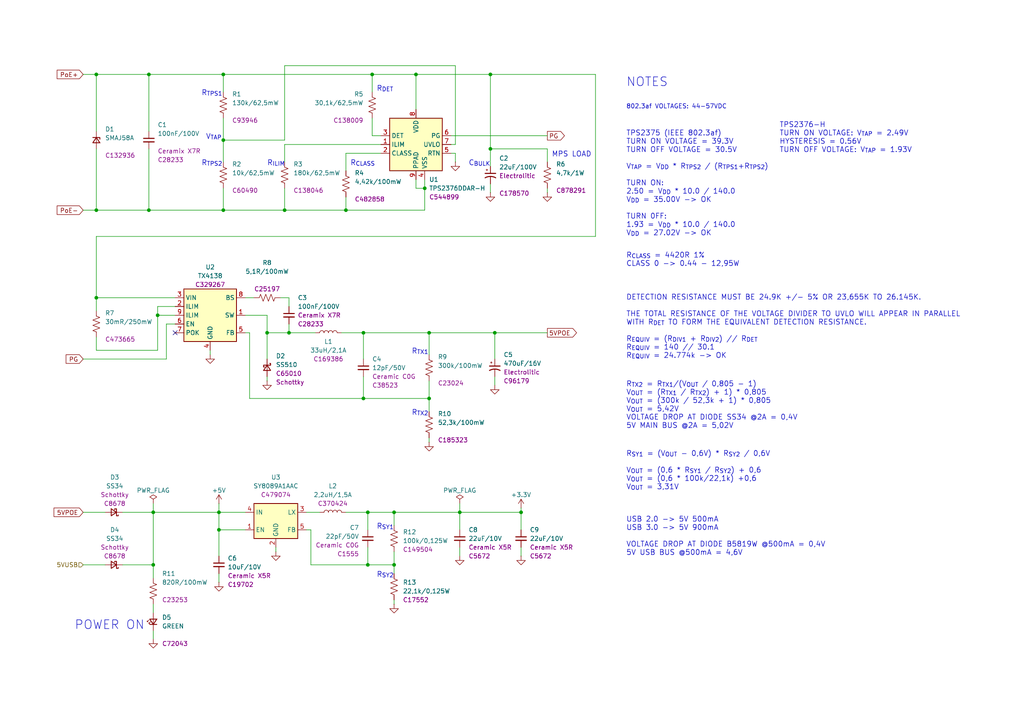
<source format=kicad_sch>
(kicad_sch (version 20231120) (generator "eeschema") (generator_version "8.0")
  (paper "A4")
  (lib_symbols
    (symbol "Device:C_Polarized_Small_US" (pin_numbers hide) (pin_names (offset 0.254) hide)
      (property "Reference" "C" (at 0.254 1.778 0))
      (property "Value" "C_Polarized_Small_US" (at 0.254 -2.032 0))
      (symbol "C_Polarized_Small_US_0_1"
        (polyline (pts (xy -1.524 0.508) (xy 1.524 0.508)) (stroke (width 0.3048)))
        (polyline (pts (xy -1.27 1.524) (xy -0.762 1.524)))
        (polyline (pts (xy -1.016 1.27) (xy -1.016 1.778)))
        (arc (start 1.524 -0.762) (mid 0 -0.3734) (end -1.524 -0.762) (stroke (width 0.3048)))
      )
      (symbol "C_Polarized_Small_US_1_1"
        (pin passive line (at 0 2.54 270) (length 2.032) (name "~") (number "1"))
        (pin passive line (at 0 -2.54 90) (length 2.032) (name "~") (number "2"))
      )
    )
    (symbol "Device:C_Small" (pin_numbers hide) (pin_names (offset 0.254) hide)
      (property "Reference" "C" (at 0.254 1.778 0))
      (property "Value" "C_Small" (at 0.254 -2.032 0))
      (symbol "C_Small_0_1"
        (polyline (pts (xy -1.524 -0.508) (xy 1.524 -0.508)) (stroke (width 0.3302)))
        (polyline (pts (xy -1.524 0.508) (xy 1.524 0.508)) (stroke (width 0.3048)))
      )
      (symbol "C_Small_1_1"
        (pin passive line (at 0 2.54 270) (length 2.032) (name "~") (number "1"))
        (pin passive line (at 0 -2.54 90) (length 2.032) (name "~") (number "2"))
      )
    )
    (symbol "Device:D_Schottky_Small" (pin_numbers hide) (pin_names (offset 0.254) hide)
      (property "Reference" "D" (at -1.27 2.032 0))
      (property "Value" "D_Schottky_Small" (at -7.112 -2.032 0))
      (symbol "D_Schottky_Small_0_1"
        (polyline (pts (xy -0.762 0) (xy 0.762 0)))
        (polyline (pts (xy 0.762 -1.016) (xy -0.762 0) (xy 0.762 1.016) (xy 0.762 -1.016)) (stroke (width 0.254)))
        (polyline (pts (xy -1.27 0.762) (xy -1.27 1.016) (xy -0.762 1.016) (xy -0.762 -1.016) (xy -0.254 -1.016) (xy -0.254 -0.762)) (stroke (width 0.254)))
      )
      (symbol "D_Schottky_Small_1_1"
        (pin passive line (at -2.54 0 0) (length 1.778) (name "K") (number "1"))
        (pin passive line (at 2.54 0 180) (length 1.778) (name "A") (number "2"))
      )
    )
    (symbol "Device:D_Zener_Small" (pin_numbers hide) (pin_names (offset 0.254) hide)
      (property "Reference" "D" (at 0 2.286 0))
      (property "Value" "D_Zener_Small" (at 0 -2.286 0))
      (symbol "D_Zener_Small_0_1"
        (polyline (pts (xy 0.762 0) (xy -0.762 0)))
        (polyline (pts (xy -0.254 1.016) (xy -0.762 1.016) (xy -0.762 -1.016)) (stroke (width 0.254)))
        (polyline (pts (xy 0.762 1.016) (xy -0.762 0) (xy 0.762 -1.016) (xy 0.762 1.016)) (stroke (width 0.254)))
      )
      (symbol "D_Zener_Small_1_1"
        (pin passive line (at -2.54 0 0) (length 1.778) (name "K") (number "1"))
        (pin passive line (at 2.54 0 180) (length 1.778) (name "A") (number "2"))
      )
    )
    (symbol "Device:L" (pin_numbers hide) (pin_names (offset 1.016) hide)
      (property "Reference" "L" (at -1.27 0 90))
      (property "Value" "L" (at 1.905 0 90))
      (symbol "L_0_1"
        (arc (start 0 -2.54) (mid 0.6323 -1.905) (end 0 -1.27))
        (arc (start 0 -1.27) (mid 0.6323 -0.635) (end 0 0))
        (arc (start 0 0) (mid 0.6323 0.635) (end 0 1.27))
        (arc (start 0 1.27) (mid 0.6323 1.905) (end 0 2.54))
      )
      (symbol "L_1_1"
        (pin passive line (at 0 3.81 270) (length 1.27) (name "1") (number "1"))
        (pin passive line (at 0 -3.81 90) (length 1.27) (name "2") (number "2"))
      )
    )
    (symbol "Device:LED_Small" (pin_numbers hide) (pin_names (offset 0.254) hide)
      (property "Reference" "D" (at -1.27 3.175 0))
      (property "Value" "LED_Small" (at -4.445 -2.54 0))
      (symbol "LED_Small_0_1"
        (polyline (pts (xy -0.762 -1.016) (xy -0.762 1.016)) (stroke (width 0.254)))
        (polyline (pts (xy 1.016 0) (xy -0.762 0)))
        (polyline (pts (xy 0.762 -1.016) (xy -0.762 0) (xy 0.762 1.016) (xy 0.762 -1.016)) (stroke (width 0.254)))
        (polyline (pts (xy 0 0.762) (xy -0.508 1.27) (xy -0.254 1.27) (xy -0.508 1.27) (xy -0.508 1.016)))
        (polyline (pts (xy 0.508 1.27) (xy 0 1.778) (xy 0.254 1.778) (xy 0 1.778) (xy 0 1.524)))
      )
      (symbol "LED_Small_1_1"
        (pin passive line (at -2.54 0 0) (length 1.778) (name "K") (number "1"))
        (pin passive line (at 2.54 0 180) (length 1.778) (name "A") (number "2"))
      )
    )
    (symbol "Device:R_US" (pin_numbers hide) (pin_names (offset 0))
      (property "Reference" "R" (at 2.54 0 90))
      (property "Value" "R_US" (at -2.54 0 90))
      (symbol "R_US_0_1"
        (polyline (pts (xy 0 -2.286) (xy 0 -2.54)))
        (polyline (pts (xy 0 2.286) (xy 0 2.54)))
        (polyline (pts (xy 0 -0.762) (xy 1.016 -1.143) (xy 0 -1.524) (xy -1.016 -1.905) (xy 0 -2.286)))
        (polyline (pts (xy 0 0.762) (xy 1.016 0.381) (xy 0 0) (xy -1.016 -0.381) (xy 0 -0.762)))
        (polyline (pts (xy 0 2.286) (xy 1.016 1.905) (xy 0 1.524) (xy -1.016 1.143) (xy 0 0.762)))
      )
      (symbol "R_US_1_1"
        (pin passive line (at 0 3.81 270) (length 1.27) (name "~") (number "1"))
        (pin passive line (at 0 -3.81 90) (length 1.27) (name "~") (number "2"))
      )
    )
    (symbol "Tales:+3.3V" (power) (pin_names (offset 0))
      (property "Value" "+3.3V" (at 0 3.556 0))
      (symbol "+3.3V_0_1"
        (polyline (pts (xy -0.762 1.27) (xy 0 2.54)))
        (polyline (pts (xy 0 0) (xy 0 2.54)))
        (polyline (pts (xy 0 2.54) (xy 0.762 1.27)))
      )
      (symbol "+3.3V_1_1"
        (pin power_in line (at 0 0 90) (length 0) hide (name "+3.3V") (number "1"))
      )
    )
    (symbol "Tales:SY8089AAAC"
      (property "Reference" "U" (at 0 10.16 0))
      (property "Value" "SY8089AAAC" (at 0 7.62 0))
      (symbol "SY8089AAAC_0_1"
        (rectangle (start -6.35 5.08) (end 6.35 -5.08) (stroke (width 0.254)) (fill (type background)))
      )
      (symbol "SY8089AAAC_1_1"
        (pin input line (at -8.89 -2.54 0) (length 2.54) (name "EN") (number "1"))
        (pin power_in line (at 0 -7.62 90) (length 2.54) (name "GND") (number "2"))
        (pin power_out line (at 8.89 2.54 180) (length 2.54) (name "LX") (number "3"))
        (pin power_in line (at -8.89 2.54 0) (length 2.54) (name "IN") (number "4"))
        (pin input line (at 8.89 -2.54 180) (length 2.54) (name "FB") (number "5"))
      )
    )
    (symbol "Tales:TPS2376"
      (property "Reference" "U" (at 5.08 -8.89 0))
      (property "Value" "TPS2376" (at 5.08 -11.43 0))
      (symbol "TPS2376_0_1"
        (rectangle (start -7.62 7.62) (end 7.62 -7.62) (stroke (width 0.254)) (fill (type background)))
      )
      (symbol "TPS2376_1_1"
        (pin passive line (at -10.16 0 0) (length 2.54) (name "ILIM") (number "1"))
        (pin passive line (at -10.16 -2.54 0) (length 2.54) (name "CLASS") (number "2"))
        (pin passive line (at -10.16 2.54 0) (length 2.54) (name "DET") (number "3"))
        (pin power_in line (at 2.54 -10.16 90) (length 2.54) (name "VSS") (number "4"))
        (pin power_out line (at 10.16 -2.54 180) (length 2.54) (name "RTN") (number "5"))
        (pin open_collector line (at 10.16 2.54 180) (length 2.54) (name "PG") (number "6"))
        (pin passive line (at 10.16 0 180) (length 2.54) (name "UVLO") (number "7"))
        (pin power_in line (at 0 10.16 270) (length 2.54) (name "VDD") (number "8"))
        (pin power_in line (at 0 -10.16 90) (length 2.54) (name "PPAD") (number "9"))
      )
    )
    (symbol "Tales:TX4138"
      (property "Reference" "U" (at 0 12.7 0))
      (property "Value" "TX4138" (at 0 10.16 0))
      (symbol "TX4138_0_1"
        (rectangle (start -7.62 7.62) (end 7.62 -7.62) (stroke (width 0.254)) (fill (type background)))
      )
      (symbol "TX4138_1_1"
        (pin power_out line (at 10.16 0 180) (length 2.54) (name "SW") (number "1"))
        (pin input line (at -10.16 2.54 0) (length 2.54) (name "ILIM") (number "2"))
        (pin power_in line (at -10.16 5.08 0) (length 2.54) (name "VIN") (number "3"))
        (pin power_in line (at 0 -10.16 90) (length 2.54) (name "GND") (number "4"))
        (pin input line (at 10.16 -5.08 180) (length 2.54) (name "FB") (number "5"))
        (pin input line (at -10.16 -2.54 0) (length 2.54) (name "EN") (number "6"))
        (pin output line (at -10.16 -5.08 0) (length 2.54) (name "POK") (number "7"))
        (pin output line (at 10.16 5.08 180) (length 2.54) (name "BS") (number "8"))
        (pin input line (at -10.16 0 0) (length 2.54) (name "ILIM") (number "9"))
      )
    )
    (symbol "power:+5V" (power) (pin_numbers hide) (pin_names (offset 0) hide)
      (property "Value" "+5V" (at 0 3.556 0))
      (symbol "+5V_0_1"
        (polyline (pts (xy -0.762 1.27) (xy 0 2.54)))
        (polyline (pts (xy 0 0) (xy 0 2.54)))
        (polyline (pts (xy 0 2.54) (xy 0.762 1.27)))
      )
      (symbol "+5V_1_1"
        (pin power_in line (at 0 0 90) (length 0) (name "~") (number "1"))
      )
    )
    (symbol "power:GND" (power) (pin_numbers hide) (pin_names (offset 0) hide)
      (property "Value" "GND" (at 0 -3.81 0))
      (symbol "GND_0_1"
        (polyline (pts (xy 0 0) (xy 0 -1.27) (xy 1.27 -1.27) (xy 0 -2.54) (xy -1.27 -1.27) (xy 0 -1.27)))
      )
      (symbol "GND_1_1"
        (pin power_in line (at 0 0 270) (length 0) (name "~") (number "1"))
      )
    )
    (symbol "power:PWR_FLAG" (power) (pin_numbers hide) (pin_names (offset 0) hide)
      (property "Value" "PWR_FLAG" (at 0 3.81 0))
      (symbol "PWR_FLAG_0_0"
        (pin power_out line (at 0 0 90) (length 0) (name "~") (number "1"))
      )
      (symbol "PWR_FLAG_0_1"
        (polyline (pts (xy 0 0) (xy 0 1.27) (xy -1.016 1.905) (xy 0 2.54) (xy 1.016 1.905) (xy 0 1.27)))
      )
    )
  )
  (junction (at 142.24 21.59))
  (junction (at 44.45 148.59))
  (junction (at 64.77 60.96))
  (junction (at 123.19 54.61))
  (junction (at 142.24 43.18))
  (junction (at 114.3 163.83))
  (junction (at 43.18 21.59))
  (junction (at 106.68 163.83))
  (junction (at 105.41 96.52))
  (junction (at 27.94 21.59))
  (junction (at 27.94 60.96))
  (junction (at 100.33 60.96))
  (junction (at 63.5 148.59))
  (junction (at 124.46 115.57))
  (junction (at 151.13 148.59))
  (junction (at 64.77 40.64))
  (junction (at 83.82 96.52))
  (junction (at 120.65 21.59))
  (junction (at 45.72 91.44))
  (junction (at 63.5 153.67))
  (junction (at 27.94 86.36))
  (junction (at 43.18 60.96))
  (junction (at 124.46 96.52))
  (junction (at 77.47 96.52))
  (junction (at 107.95 21.59))
  (junction (at 44.45 163.83))
  (junction (at 64.77 21.59))
  (junction (at 106.68 148.59))
  (junction (at 143.51 96.52))
  (junction (at 114.3 148.59))
  (junction (at 82.55 60.96))
  (junction (at 133.35 148.59))
  (junction (at 105.41 115.57))
  (no_connect (at 50.8 96.52))
  (wire (pts (xy 45.72 91.44) (xy 45.72 88.9)))
  (wire (pts (xy 151.13 148.59) (xy 133.35 148.59)))
  (wire (pts (xy 90.17 153.67) (xy 90.17 163.83)))
  (wire (pts (xy 82.55 60.96) (xy 100.33 60.96)))
  (wire (pts (xy 100.33 57.15) (xy 100.33 60.96)))
  (wire (pts (xy 123.19 54.61) (xy 120.65 54.61)))
  (wire (pts (xy 90.17 163.83) (xy 106.68 163.83)))
  (wire (pts (xy 114.3 148.59) (xy 114.3 152.4)))
  (wire (pts (xy 142.24 43.18) (xy 142.24 48.26)))
  (wire (pts (xy 64.77 54.61) (xy 64.77 60.96)))
  (wire (pts (xy 64.77 60.96) (xy 82.55 60.96)))
  (wire (pts (xy 133.35 146.05) (xy 133.35 148.59)))
  (wire (pts (xy 63.5 153.67) (xy 71.12 153.67)))
  (wire (pts (xy 27.94 86.36) (xy 27.94 90.17)))
  (wire (pts (xy 151.13 158.75) (xy 151.13 161.29)))
  (wire (pts (xy 106.68 148.59) (xy 114.3 148.59)))
  (wire (pts (xy 133.35 153.67) (xy 133.35 148.59)))
  (wire (pts (xy 124.46 96.52) (xy 124.46 102.87)))
  (wire (pts (xy 24.13 163.83) (xy 30.48 163.83)))
  (wire (pts (xy 82.55 41.91) (xy 82.55 46.99)))
  (wire (pts (xy 45.72 101.6) (xy 45.72 91.44)))
  (wire (pts (xy 27.94 21.59) (xy 43.18 21.59)))
  (wire (pts (xy 151.13 153.67) (xy 151.13 148.59)))
  (wire (pts (xy 124.46 110.49) (xy 124.46 115.57)))
  (wire (pts (xy 44.45 182.88) (xy 44.45 185.42)))
  (wire (pts (xy 82.55 54.61) (xy 82.55 60.96)))
  (wire (pts (xy 120.65 21.59) (xy 142.24 21.59)))
  (wire (pts (xy 63.5 153.67) (xy 63.5 161.29)))
  (wire (pts (xy 82.55 19.05) (xy 82.55 40.64)))
  (wire (pts (xy 120.65 21.59) (xy 120.65 31.75)))
  (wire (pts (xy 27.94 101.6) (xy 45.72 101.6)))
  (wire (pts (xy 105.41 115.57) (xy 105.41 109.22)))
  (wire (pts (xy 151.13 147.32) (xy 151.13 148.59)))
  (wire (pts (xy 100.33 49.53) (xy 100.33 44.45)))
  (wire (pts (xy 132.08 44.45) (xy 132.08 46.99)))
  (wire (pts (xy 106.68 163.83) (xy 114.3 163.83)))
  (wire (pts (xy 63.5 148.59) (xy 63.5 146.05)))
  (wire (pts (xy 142.24 21.59) (xy 172.72 21.59)))
  (wire (pts (xy 48.26 93.98) (xy 50.8 93.98)))
  (wire (pts (xy 45.72 91.44) (xy 50.8 91.44)))
  (wire (pts (xy 43.18 60.96) (xy 64.77 60.96)))
  (wire (pts (xy 27.94 60.96) (xy 43.18 60.96)))
  (wire (pts (xy 77.47 96.52) (xy 83.82 96.52)))
  (wire (pts (xy 35.56 163.83) (xy 44.45 163.83)))
  (wire (pts (xy 107.95 34.29) (xy 107.95 39.37)))
  (wire (pts (xy 63.5 148.59) (xy 71.12 148.59)))
  (wire (pts (xy 130.81 41.91) (xy 132.08 41.91)))
  (wire (pts (xy 45.72 88.9) (xy 50.8 88.9)))
  (wire (pts (xy 27.94 43.18) (xy 27.94 60.96)))
  (wire (pts (xy 88.9 148.59) (xy 92.71 148.59)))
  (wire (pts (xy 142.24 53.34) (xy 142.24 55.88)))
  (wire (pts (xy 27.94 68.58) (xy 172.72 68.58)))
  (wire (pts (xy 158.75 54.61) (xy 158.75 55.88)))
  (wire (pts (xy 43.18 21.59) (xy 64.77 21.59)))
  (wire (pts (xy 100.33 44.45) (xy 110.49 44.45)))
  (wire (pts (xy 24.13 148.59) (xy 30.48 148.59)))
  (wire (pts (xy 105.41 96.52) (xy 105.41 104.14)))
  (wire (pts (xy 107.95 21.59) (xy 120.65 21.59)))
  (wire (pts (xy 106.68 148.59) (xy 106.68 153.67)))
  (wire (pts (xy 110.49 41.91) (xy 82.55 41.91)))
  (wire (pts (xy 133.35 158.75) (xy 133.35 161.29)))
  (wire (pts (xy 43.18 21.59) (xy 43.18 38.1)))
  (wire (pts (xy 124.46 115.57) (xy 124.46 119.38)))
  (wire (pts (xy 88.9 153.67) (xy 90.17 153.67)))
  (wire (pts (xy 72.39 115.57) (xy 105.41 115.57)))
  (wire (pts (xy 27.94 86.36) (xy 27.94 68.58)))
  (wire (pts (xy 44.45 163.83) (xy 44.45 167.64)))
  (wire (pts (xy 105.41 115.57) (xy 124.46 115.57)))
  (wire (pts (xy 132.08 41.91) (xy 132.08 19.05)))
  (wire (pts (xy 77.47 110.49) (xy 77.47 109.22)))
  (wire (pts (xy 100.33 148.59) (xy 106.68 148.59)))
  (wire (pts (xy 48.26 104.14) (xy 48.26 93.98)))
  (wire (pts (xy 124.46 96.52) (xy 143.51 96.52)))
  (wire (pts (xy 44.45 175.26) (xy 44.45 177.8)))
  (wire (pts (xy 64.77 21.59) (xy 107.95 21.59)))
  (wire (pts (xy 100.33 60.96) (xy 123.19 60.96)))
  (wire (pts (xy 44.45 148.59) (xy 44.45 163.83)))
  (wire (pts (xy 63.5 148.59) (xy 63.5 153.67)))
  (wire (pts (xy 107.95 21.59) (xy 107.95 26.67)))
  (wire (pts (xy 60.96 101.6) (xy 60.96 102.87)))
  (wire (pts (xy 143.51 109.22) (xy 143.51 111.76)))
  (wire (pts (xy 120.65 54.61) (xy 120.65 52.07)))
  (wire (pts (xy 63.5 166.37) (xy 63.5 168.91)))
  (wire (pts (xy 64.77 40.64) (xy 64.77 46.99)))
  (wire (pts (xy 71.12 91.44) (xy 77.47 91.44)))
  (wire (pts (xy 24.13 21.59) (xy 27.94 21.59)))
  (wire (pts (xy 64.77 21.59) (xy 64.77 26.67)))
  (wire (pts (xy 158.75 43.18) (xy 142.24 43.18)))
  (wire (pts (xy 124.46 96.52) (xy 105.41 96.52)))
  (wire (pts (xy 77.47 91.44) (xy 77.47 96.52)))
  (wire (pts (xy 71.12 86.36) (xy 73.66 86.36)))
  (wire (pts (xy 44.45 148.59) (xy 63.5 148.59)))
  (wire (pts (xy 114.3 163.83) (xy 114.3 166.37)))
  (wire (pts (xy 64.77 34.29) (xy 64.77 40.64)))
  (wire (pts (xy 80.01 158.75) (xy 80.01 160.02)))
  (wire (pts (xy 172.72 68.58) (xy 172.72 21.59)))
  (wire (pts (xy 130.81 39.37) (xy 158.75 39.37)))
  (wire (pts (xy 99.06 96.52) (xy 105.41 96.52)))
  (wire (pts (xy 83.82 86.36) (xy 83.82 88.9)))
  (wire (pts (xy 143.51 104.14) (xy 143.51 96.52)))
  (wire (pts (xy 124.46 127) (xy 124.46 128.27)))
  (wire (pts (xy 35.56 148.59) (xy 44.45 148.59)))
  (wire (pts (xy 143.51 96.52) (xy 158.75 96.52)))
  (wire (pts (xy 142.24 21.59) (xy 142.24 43.18)))
  (wire (pts (xy 83.82 93.98) (xy 83.82 96.52)))
  (wire (pts (xy 82.55 40.64) (xy 64.77 40.64)))
  (wire (pts (xy 83.82 96.52) (xy 91.44 96.52)))
  (wire (pts (xy 114.3 173.99) (xy 114.3 175.26)))
  (wire (pts (xy 81.28 86.36) (xy 83.82 86.36)))
  (wire (pts (xy 44.45 148.59) (xy 44.45 146.05)))
  (wire (pts (xy 27.94 97.79) (xy 27.94 101.6)))
  (wire (pts (xy 106.68 158.75) (xy 106.68 163.83)))
  (wire (pts (xy 130.81 44.45) (xy 132.08 44.45)))
  (wire (pts (xy 27.94 86.36) (xy 50.8 86.36)))
  (wire (pts (xy 114.3 160.02) (xy 114.3 163.83)))
  (wire (pts (xy 71.12 96.52) (xy 72.39 96.52)))
  (wire (pts (xy 123.19 52.07) (xy 123.19 54.61)))
  (wire (pts (xy 133.35 148.59) (xy 114.3 148.59)))
  (wire (pts (xy 110.49 39.37) (xy 107.95 39.37)))
  (wire (pts (xy 43.18 43.18) (xy 43.18 60.96)))
  (wire (pts (xy 77.47 96.52) (xy 77.47 104.14)))
  (wire (pts (xy 72.39 96.52) (xy 72.39 115.57)))
  (wire (pts (xy 158.75 46.99) (xy 158.75 43.18)))
  (wire (pts (xy 24.13 104.14) (xy 48.26 104.14)))
  (wire (pts (xy 24.13 60.96) (xy 27.94 60.96)))
  (wire (pts (xy 27.94 21.59) (xy 27.94 38.1)))
  (wire (pts (xy 132.08 19.05) (xy 82.55 19.05)))
  (wire (pts (xy 123.19 60.96) (xy 123.19 54.61)))
  (text "R_{TPS1}" (at 58.42 27.94 0) (effects (font (size 1.5 1.5)) (justify left bottom)))
  (text "R_{TX2}" (at 119.38 120.65 0) (effects (font (size 1.5 1.5)) (justify left bottom)))
  (text "DETECTION RESISTANCE MUST BE 24.9K +/- 5% OR 23,655K TO 26.145K.\n\nTHE TOTAL RESISTANCE OF THE VOLTAGE DIVIDER TO UVLO WILL APPEAR IN PARALLEL\nWITH R_{DET} TO FORM THE EQUIVALENT DETECTION RESISTANCE.\n\nR_{EQUIV} = (R_{DIV1} + R_{DIV2}) // R_{DET}\nR_{EQUIV} = 140 // 30.1\nR_{EQUIV} = 24.774k -> OK" (at 181.61 104.14 0) (effects (font (size 1.5 1.5)) (justify left bottom)))
  (text "R_{SY2}" (at 109.22 167.64 0) (effects (font (size 1.5 1.5)) (justify left bottom)))
  (text "POWER ON" (at 21.59 182.88 0) (effects (font (size 2.54 2.54)) (justify left bottom)))
  (text "R_{CLASS} = 4420R 1%\nCLASS 0 -> 0.44 - 12,95W" (at 181.61 77.47 0) (effects (font (size 1.5 1.5)) (justify left bottom)))
  (text "R_{SY1}" (at 109.22 153.67 0) (effects (font (size 1.5 1.5)) (justify left bottom)))
  (text "R_{CLASS}" (at 101.6 48.26 0) (effects (font (size 1.5 1.5)) (justify left bottom)))
  (text "R_{TX2} = R_{TX1}/(V_{OUT} / 0,805 - 1)\nV_{OUT} = (R_{TX1} / R_{TX2}) + 1) * 0,805\nV_{OUT} = (300k / 52,3k + 1) * 0,805\nV_{OUT} = 5,42V\nVOLTAGE DROP AT DIODE SS34 @2A = 0,4V\n5V MAIN BUS @2A = 5,02V" (at 181.61 124.46 0) (effects (font (size 1.5 1.5)) (justify left bottom)))
  (text "C_{BULK}" (at 135.89 48.26 0) (effects (font (size 1.5 1.5)) (justify left bottom)))
  (text "R_{ILIM}" (at 77.47 48.26 0) (effects (font (size 1.5 1.5)) (justify left bottom)))
  (text "USB 2.0 -> 5V 500mA\nUSB 3.0 -> 5V 900mA\n\nVOLTAGE DROP AT DIODE B5819W @500mA = 0,4V\n5V USB BUS @500mA = 4,6V" (at 181.61 161.29 0) (effects (font (size 1.5 1.5)) (justify left bottom)))
  (text "TPS2375 (IEEE 802.3af)\nTURN ON VOLTAGE = 39.3V\nTURN OFF VOLTAGE = 30.5V" (at 181.61 44.45 0) (effects (font (size 1.5 1.5)) (justify left bottom)))
  (text "V_{TAP}" (at 59.69 40.64 0) (effects (font (size 1.5 1.5)) (justify left bottom)))
  (text "TPS2376-H\nTURN ON VOLTAGE: V_{TAP} = 2.49V\nHYSTERESIS = 0.56V\nTURN OFF VOLTAGE: V_{TAP} = 1.93V" (at 226.06 44.45 0) (effects (font (size 1.5 1.5)) (justify left bottom)))
  (text "R_{SY1} = (V_{OUT} - 0,6V) * R_{SY2} / 0,6V\n\nV_{OUT} = (0,6 * R_{SY1} / R_{SY2}) + 0,6\nV_{OUT} = (0,6 * 100k/22,1k) +0,6\nV_{OUT} = 3,31V" (at 181.61 142.24 0) (effects (font (size 1.5 1.5)) (justify left bottom)))
  (text "R_{TPS2}" (at 58.42 48.26 0) (effects (font (size 1.5 1.5)) (justify left bottom)))
  (text "R_{TX1}" (at 119.38 102.87 0) (effects (font (size 1.5 1.5)) (justify left bottom)))
  (text "NOTES" (at 181.61 25.4 0) (effects (font (size 2.54 2.54)) (justify left bottom)))
  (text "MPS LOAD" (at 160.02 45.72 0) (effects (font (size 1.5 1.5)) (justify left bottom)))
  (text "R_{DET}" (at 109.22 26.67 0) (effects (font (size 1.5 1.5)) (justify left bottom)))
  (text "802.3af VOLTAGES: 44-57VDC" (at 181.61 31.75 0) (effects (font (size 1.27 1.27)) (justify left bottom)))
  (text "V_{TAP} = V_{DD} * R_{TPS2} / (R_{TPS1}+R_{TPS2})\n\nTURN ON:\n2.50 = V_{DD} * 10.0 / 140.0\nV_{DD} = 35.00V -> OK\n\nTURN 0FF:\n1.93 = V_{DD} * 10.0 / 140.0\nV_{DD} = 27.02V -> OK" (at 181.61 68.58 0) (effects (font (size 1.5 1.5)) (justify left bottom)))
  (global_label "PoE-" (shape input) (at 24.13 60.96 180) (property "Intersheetrefs" "${INTERSHEET_REFS}" (effects (hide yes))))
  (global_label "5VPOE" (shape output) (at 158.75 96.52 0) (property "Intersheetrefs" "${INTERSHEET_REFS}" (effects (hide yes))))
  (global_label "PoE+" (shape input) (at 24.13 21.59 180) (property "Intersheetrefs" "${INTERSHEET_REFS}" (effects (hide yes))))
  (global_label "PG" (shape output) (at 158.75 39.37 0) (property "Intersheetrefs" "${INTERSHEET_REFS}" (effects (hide yes))))
  (global_label "PG" (shape input) (at 24.13 104.14 180) (property "Intersheetrefs" "${INTERSHEET_REFS}" (effects (hide yes))))
  (global_label "5VPOE" (shape input) (at 24.13 148.59 180) (property "Intersheetrefs" "${INTERSHEET_REFS}" (effects (hide yes))))
  (hierarchical_label "5VUSB" (shape input) (at 24.13 163.83 180))
  (symbol (lib_id "power:GND") (at 44.45 185.42 0) (unit 1)
    (property "Reference" "#PWR0156" (effects (hide yes)))
    (property "Value" "GND" (effects (hide yes)))
    (property "Description" "Power symbol creates a global label with name \"GND\" , ground" (effects (hide yes)))
  )
  (symbol (lib_id "Device:C_Small") (at 133.35 156.21 0) (unit 1)
    (property "Reference" "C8" (at 135.89 153.67 0) (effects (justify left)))
    (property "Value" "22uF/10V" (at 135.89 156.21 0) (effects (justify left)))
    (property "Footprint" "Tales:C_1206_3216Metric" (effects (hide yes)))
    (property "Description" "Unpolarized capacitor, small symbol" (effects (hide yes)))
    (property "Mfr" "Samsung" (effects (hide yes)))
    (property "Mfr PN" "CL31A226KPHNNNE" (effects (hide yes)))
    (property "JLCPCB BOM" "1" (effects (hide yes)))
    (property "LCSC Part #" "C5672" (at 135.89 161.29 0) (effects (justify left)))
    (property "Technology" "Ceramic X5R" (at 135.89 158.75 0) (effects (justify left)))
    (property "Vendor" "JLCPCB" (effects (hide yes)))
    (property "Vendor PN" "C5672" (effects (hide yes)))
    (property "Package" "1206/3216" (effects (hide yes)))
  )
  (symbol (lib_id "Device:R_US") (at 77.47 86.36 270) (unit 1)
    (property "Reference" "R8" (at 77.47 76.2 90))
    (property "Value" "5,1R/100mW" (at 77.47 78.74 90))
    (property "Footprint" "Tales:R_0603_1608Metric" (effects (hide yes)))
    (property "Description" "Resistor, US symbol" (effects (hide yes)))
    (property "Technology" "1%" (effects (hide yes)))
    (property "Mfr" "Uniroyal" (effects (hide yes)))
    (property "Mfr PN" "0603WAF510KT5E" (effects (hide yes)))
    (property "Vendor" "JLCPCB" (effects (hide yes)))
    (property "Vendor PN" "C25197" (effects (hide yes)))
    (property "LCSC Part #" "C25197" (at 77.47 83.82 90))
    (property "JLCPCB BOM" "1" (effects (hide yes)))
    (property "Package" "0603/1608" (effects (hide yes)))
  )
  (symbol (lib_id "power:GND") (at 132.08 46.99 0) (unit 1)
    (property "Reference" "#PWR0162" (effects (hide yes)))
    (property "Value" "GND" (effects (hide yes)))
    (property "Description" "Power symbol creates a global label with name \"GND\" , ground" (effects (hide yes)))
  )
  (symbol (lib_id "Device:C_Small") (at 83.82 91.44 0) (unit 1)
    (property "Reference" "C3" (at 86.36 86.36 0) (effects (justify left)))
    (property "Value" "100nF/100V" (at 86.36 88.9 0) (effects (justify left)))
    (property "Footprint" "Tales:C_0805_2012Metric" (effects (hide yes)))
    (property "Description" "Unpolarized capacitor, small symbol" (effects (hide yes)))
    (property "Technology" "Ceramix X7R" (at 86.36 91.44 0) (effects (justify left)))
    (property "Mfr" "Samsung" (effects (hide yes)))
    (property "Mfr PN" "CL21B104KCFNNNE" (effects (hide yes)))
    (property "Vendor" "JLCPCB" (effects (hide yes)))
    (property "Vendor PN" "C28233" (effects (hide yes)))
    (property "LCSC Part #" "C28233" (at 86.36 93.98 0) (effects (justify left)))
    (property "JLCPCB BOM" "1" (effects (hide yes)))
    (property "Package" "0805/2012" (effects (hide yes)))
  )
  (symbol (lib_id "Device:R_US") (at 124.46 123.19 0) (unit 1)
    (property "Reference" "R10" (at 127 120.015 0) (effects (justify left)))
    (property "Value" "52,3k/100mW" (at 127 122.555 0) (effects (justify left)))
    (property "Footprint" "Tales:R_0603_1608Metric" (effects (hide yes)))
    (property "Description" "Resistor, US symbol" (effects (hide yes)))
    (property "Technology" "1%" (effects (hide yes)))
    (property "JLCPCB BOM" "1" (effects (hide yes)))
    (property "LCSC Part #" "C185323" (at 127 127.635 0) (effects (justify left)))
    (property "Mfr" "Yageo" (effects (hide yes)))
    (property "Mfr PN" "RC0603FR-0752K3L" (effects (hide yes)))
    (property "Vendor" "JLCPCB" (effects (hide yes)))
    (property "Vendor PN" "C185323" (effects (hide yes)))
    (property "Package" "0603/1608" (effects (hide yes)))
  )
  (symbol (lib_id "power:+5V") (at 63.5 146.05 0) (unit 1)
    (property "Reference" "#PWR0157" (effects (hide yes)))
    (property "Value" "+5V" (at 63.5 142.24 0))
    (property "Description" "Power symbol creates a global label with name \"+5V\"" (effects (hide yes)))
  )
  (symbol (lib_id "Device:L") (at 96.52 148.59 90) (unit 1)
    (property "Reference" "L2" (at 96.52 140.97 90))
    (property "Value" "2,2uH/1,5A" (at 96.52 143.51 90))
    (property "Footprint" "Tales:L_3x3mm_h1.5mm" (effects (hide yes)))
    (property "Description" "Inductor" (effects (hide yes)))
    (property "JLCPCB BOM" "1" (effects (hide yes)))
    (property "LCSC Part #" "C370424" (at 96.52 146.05 90))
    (property "Mfr" "Sunlord" (effects (hide yes)))
    (property "Mfr PN" "SPH3015H2R2MT" (effects (hide yes)))
    (property "Vendor" "JLCPCB" (effects (hide yes)))
    (property "Vendor PN" "C370424" (effects (hide yes)))
    (property "Package" "3x3" (effects (hide yes)))
  )
  (symbol (lib_id "Device:C_Small") (at 43.18 40.64 0) (unit 1)
    (property "Reference" "C1" (at 45.72 36.2013 0) (effects (justify left)))
    (property "Value" "100nF/100V" (at 45.72 38.7413 0) (effects (justify left)))
    (property "Footprint" "Tales:C_0805_2012Metric" (effects (hide yes)))
    (property "Description" "Unpolarized capacitor, small symbol" (effects (hide yes)))
    (property "JLCPCB BOM" "1" (effects (hide yes)))
    (property "Technology" "Ceramix X7R" (at 45.72 43.8213 0) (effects (justify left)))
    (property "LCSC Part #" "C28233" (at 45.72 46.3613 0) (effects (justify left)))
    (property "Mfr" "Samsung" (effects (hide yes)))
    (property "Mfr PN" "CL21B104KCFNNNE" (effects (hide yes)))
    (property "Vendor" "JLCPCB" (effects (hide yes)))
    (property "Vendor PN" "C28233" (effects (hide yes)))
    (property "Package" "0805/2012" (effects (hide yes)))
  )
  (symbol (lib_id "Device:C_Small") (at 151.13 156.21 0) (unit 1)
    (property "Reference" "C9" (at 153.67 153.67 0) (effects (justify left)))
    (property "Value" "22uF/10V" (at 153.67 156.21 0) (effects (justify left)))
    (property "Footprint" "Tales:C_1206_3216Metric" (effects (hide yes)))
    (property "Description" "Unpolarized capacitor, small symbol" (effects (hide yes)))
    (property "Mfr" "Samsung" (effects (hide yes)))
    (property "Mfr PN" "CL31A226KPHNNNE" (effects (hide yes)))
    (property "JLCPCB BOM" "1" (effects (hide yes)))
    (property "LCSC Part #" "C5672" (at 153.67 161.29 0) (effects (justify left)))
    (property "Technology" "Ceramic X5R" (at 153.67 158.75 0) (effects (justify left)))
    (property "Vendor" "JLCPCB" (effects (hide yes)))
    (property "Vendor PN" "C5672" (effects (hide yes)))
    (property "Package" "1206/3216" (effects (hide yes)))
  )
  (symbol (lib_id "power:GND") (at 143.51 111.76 0) (unit 1)
    (property "Reference" "#PWR0158" (effects (hide yes)))
    (property "Value" "GND" (effects (hide yes)))
    (property "Description" "Power symbol creates a global label with name \"GND\" , ground" (effects (hide yes)))
  )
  (symbol (lib_id "power:GND") (at 151.13 161.29 0) (unit 1)
    (property "Reference" "#PWR0160" (effects (hide yes)))
    (property "Value" "GND" (effects (hide yes)))
    (property "Description" "Power symbol creates a global label with name \"GND\" , ground" (effects (hide yes)))
  )
  (symbol (lib_id "Device:D_Schottky_Small") (at 33.02 148.59 180) (unit 1)
    (property "Reference" "D3" (at 33.274 138.43 0))
    (property "Value" "SS34" (at 33.274 140.97 0))
    (property "Footprint" "Tales:D_SMA" (effects (hide yes)))
    (property "Description" "Schottky diode, small symbol" (effects (hide yes)))
    (property "JLCPCB BOM" "1" (effects (hide yes)))
    (property "Technology" "Schottky" (at 33.274 143.51 0))
    (property "LCSC Part #" "C8678" (at 33.274 146.05 0))
    (property "Mfr" "Microdiode" (effects (hide yes)))
    (property "Mfr PN" "SS34" (effects (hide yes)))
    (property "Vendor" "JLCPCB" (effects (hide yes)))
    (property "Vendor PN" "C8678" (effects (hide yes)))
    (property "Package" "SMA" (effects (hide yes)))
  )
  (symbol (lib_id "Device:R_US") (at 64.77 30.48 0) (unit 1)
    (property "Reference" "R1" (at 67.31 27.305 0) (effects (justify left)))
    (property "Value" "130k/62,5mW" (at 67.31 29.845 0) (effects (justify left)))
    (property "Footprint" "Tales:R_0402_1005Metric" (effects (hide yes)))
    (property "Description" "Resistor, US symbol" (effects (hide yes)))
    (property "JLCPCB BOM" "1" (effects (hide yes)))
    (property "LCSC Part #" "C93946" (at 67.31 34.925 0) (effects (justify left)))
    (property "Mfr" "Yageo" (effects (hide yes)))
    (property "Mfr PN" "RC0402FR-07130KL" (effects (hide yes)))
    (property "Technology" "1%" (effects (hide yes)))
    (property "Vendor" "JLCPCB" (effects (hide yes)))
    (property "Vendor PN" "C93946" (effects (hide yes)))
    (property "Package" "0402/1005" (effects (hide yes)))
  )
  (symbol (lib_id "Device:L") (at 95.25 96.52 90) (unit 1)
    (property "Reference" "L1" (at 95.25 99.06 90))
    (property "Value" "33uH/2,1A" (at 95.25 101.6 90))
    (property "Footprint" "Tales:L_12x12mm_h6mm" (effects (hide yes)))
    (property "Description" "Inductor" (effects (hide yes)))
    (property "JLCPCB BOM" "1" (effects (hide yes)))
    (property "LCSC Part #" "C169386" (at 95.25 104.14 90))
    (property "Mfr" "Sunlord" (effects (hide yes)))
    (property "Mfr PN" "SWRB1205S-330MT" (effects (hide yes)))
    (property "Vendor" "JLCPCB" (effects (hide yes)))
    (property "Vendor PN" "C169386" (effects (hide yes)))
    (property "Package" "12x12" (effects (hide yes)))
  )
  (symbol (lib_id "Device:R_US") (at 158.75 50.8 0) (unit 1)
    (property "Reference" "R6" (at 161.29 47.625 0) (effects (justify left)))
    (property "Value" "4,7k/1W" (at 161.29 50.165 0) (effects (justify left)))
    (property "Footprint" "Tales:R_2512_6332Metric" (effects (hide yes)))
    (property "Description" "Resistor, US symbol" (effects (hide yes)))
    (property "JLCPCB BOM" "1" (effects (hide yes)))
    (property "LCSC Part #" "C878291" (at 161.29 55.245 0) (effects (justify left)))
    (property "Mfr" "Yageo" (effects (hide yes)))
    (property "Mfr PN" "RC2512JK-074K7L" (effects (hide yes)))
    (property "Technology" "1%" (effects (hide yes)))
    (property "Vendor" "JLCPCB" (effects (hide yes)))
    (property "Vendor PN" "C878291" (effects (hide yes)))
    (property "Package" "2512/6332" (effects (hide yes)))
  )
  (symbol (lib_id "Device:C_Small") (at 106.68 156.21 0) (unit 1)
    (property "Reference" "C7" (at 104.14 153.0413 0) (effects (justify right)))
    (property "Value" "22pF/50V" (at 104.14 155.5813 0) (effects (justify right)))
    (property "Footprint" "Tales:C_0402_1005Metric" (effects (hide yes)))
    (property "Description" "Unpolarized capacitor, small symbol" (effects (hide yes)))
    (property "JLCPCB BOM" "1" (effects (hide yes)))
    (property "Technology" "Ceramic C0G" (at 104.14 158.1213 0) (effects (justify right)))
    (property "LCSC Part #" "C1555" (at 104.14 160.6613 0) (effects (justify right)))
    (property "Mfr" "FH" (effects (hide yes)))
    (property "Mfr PN" "0402CG220J500NT" (effects (hide yes)))
    (property "Vendor" "JLCPCB" (effects (hide yes)))
    (property "Vendor PN" "C1555" (effects (hide yes)))
    (property "Package" "0402/1005" (effects (hide yes)))
  )
  (symbol (lib_id "Tales:TPS2376") (at 120.65 41.91 0) (unit 1)
    (property "Reference" "U1" (at 124.46 52.07 0) (effects (justify left)))
    (property "Value" "TPS2376DDAR-H" (at 124.46 54.61 0) (effects (justify left)))
    (property "Footprint" "Tales:SOIC-8-1EP_3.9x4.9mm_P1.27mm_EP2.95x4.9mm_Mask2.71x3.4mm_ThermalVias" (effects (hide yes)))
    (property "Description" "IEEE802.3af PoE Controller, Auto-Retry" (effects (hide yes)))
    (property "JLCPCB BOM" "1" (effects (hide yes)))
    (property "LCSC Part #" "C544899" (at 124.46 57.15 0) (effects (justify left)))
    (property "Mfr" "Texas" (effects (hide yes)))
    (property "Mfr PN" "TPS2376DDAR-H" (effects (hide yes)))
    (property "Technology" "PD Controller" (effects (hide yes)))
    (property "Vendor" "JLCPCB" (effects (hide yes)))
    (property "Vendor PN" "C544899" (effects (hide yes)))
    (property "Package" "SO-8" (effects (hide yes)))
  )
  (symbol (lib_id "Device:C_Polarized_Small_US") (at 142.24 50.8 0) (unit 1)
    (property "Reference" "C2" (at 144.78 45.9232 0) (effects (justify left)))
    (property "Value" "22uF/100V" (at 144.78 48.4632 0) (effects (justify left)))
    (property "Footprint" "Tales:CP_Elec_8x10.5" (effects (hide yes)))
    (property "Description" "Polarized capacitor, small US symbol" (effects (hide yes)))
    (property "Technology" "Electrolitic" (at 144.78 51.0032 0) (effects (justify left)))
    (property "LCSC Part #" "C178570" (at 144.78 56.0832 0) (effects (justify left)))
    (property "Mfr" "Panasonic" (effects (hide yes)))
    (property "Mfr PN" "EEEFK2A220P" (effects (hide yes)))
    (property "Vendor" "JLCPCB" (effects (hide yes)))
    (property "Vendor PN" "C178570" (effects (hide yes)))
    (property "JLCPCB BOM" "1" (effects (hide yes)))
    (property "Package" "D8xL10.5mm" (effects (hide yes)))
  )
  (symbol (lib_id "power:PWR_FLAG") (at 133.35 146.05 0) (unit 1)
    (property "Reference" "#FLG0105" (effects (hide yes)))
    (property "Value" "PWR_FLAG" (at 133.35 142.24 0))
    (property "Description" "Special symbol for telling ERC where power comes from" (effects (hide yes)))
  )
  (symbol (lib_id "Device:R_US") (at 82.55 50.8 0) (unit 1)
    (property "Reference" "R3" (at 85.09 47.625 0) (effects (justify left)))
    (property "Value" "180k/62,5mW" (at 85.09 50.165 0) (effects (justify left)))
    (property "Footprint" "Tales:R_0402_1005Metric" (effects (hide yes)))
    (property "Description" "Resistor, US symbol" (effects (hide yes)))
    (property "Technology" "1%" (effects (hide yes)))
    (property "JLCPCB BOM" "1" (effects (hide yes)))
    (property "LCSC Part #" "C138046" (at 85.09 55.245 0) (effects (justify left)))
    (property "Mfr" "Yageo" (effects (hide yes)))
    (property "Mfr PN" "RC0402FR-07180KL" (effects (hide yes)))
    (property "Vendor" "JLCPCB" (effects (hide yes)))
    (property "Vendor PN" "C138046" (effects (hide yes)))
    (property "Package" "0402/1005" (effects (hide yes)))
  )
  (symbol (lib_id "power:GND") (at 60.96 102.87 0) (unit 1)
    (property "Reference" "#PWR0155" (effects (hide yes)))
    (property "Value" "GND" (effects (hide yes)))
    (property "Description" "Power symbol creates a global label with name \"GND\" , ground" (effects (hide yes)))
  )
  (symbol (lib_id "Device:D_Schottky_Small") (at 77.47 106.68 270) (unit 1)
    (property "Reference" "D2" (at 80.01 103.251 90) (effects (justify left)))
    (property "Value" "SS510" (at 80.01 105.791 90) (effects (justify left)))
    (property "Footprint" "Tales:D_SMA" (effects (hide yes)))
    (property "Description" "Schottky diode, small symbol" (effects (hide yes)))
    (property "JLCPCB BOM" "1" (effects (hide yes)))
    (property "Mfr" "Microdiode" (effects (hide yes)))
    (property "Mfr PN" "SS510" (effects (hide yes)))
    (property "Technology" "Schottky" (at 80.01 110.871 90) (effects (justify left)))
    (property "LCSC Part #" "C65010" (at 80.01 108.331 90) (effects (justify left)))
    (property "Vendor" "JLCPCB" (effects (hide yes)))
    (property "Vendor PN" "C65010" (effects (hide yes)))
    (property "Package" "SMA/DO-214AC" (effects (hide yes)))
  )
  (symbol (lib_id "power:GND") (at 80.01 160.02 0) (unit 1)
    (property "Reference" "#PWR0150" (effects (hide yes)))
    (property "Value" "GND" (effects (hide yes)))
    (property "Description" "Power symbol creates a global label with name \"GND\" , ground" (effects (hide yes)))
  )
  (symbol (lib_id "Device:R_US") (at 107.95 30.48 0) (unit 1)
    (property "Reference" "R5" (at 105.41 27.305 0) (effects (justify right)))
    (property "Value" "30,1k/62,5mW" (at 105.41 29.845 0) (effects (justify right)))
    (property "Footprint" "Tales:R_0402_1005Metric" (effects (hide yes)))
    (property "Description" "Resistor, US symbol" (effects (hide yes)))
    (property "Technology" "1%" (effects (hide yes)))
    (property "JLCPCB BOM" "1" (effects (hide yes)))
    (property "LCSC Part #" "C138009" (at 105.41 34.925 0) (effects (justify right)))
    (property "Mfr" "Yageo" (effects (hide yes)))
    (property "Mfr PN" "RC0402FR-0730K1L" (effects (hide yes)))
    (property "Vendor" "JLCPCB" (effects (hide yes)))
    (property "Vendor PN" "C138009" (effects (hide yes)))
    (property "Package" "0402/1005" (effects (hide yes)))
  )
  (symbol (lib_id "power:GND") (at 158.75 55.88 0) (unit 1)
    (property "Reference" "#PWR0164" (effects (hide yes)))
    (property "Value" "GND" (effects (hide yes)))
    (property "Description" "Power symbol creates a global label with name \"GND\" , ground" (effects (hide yes)))
  )
  (symbol (lib_id "Device:R_US") (at 124.46 106.68 0) (unit 1)
    (property "Reference" "R9" (at 127 103.505 0) (effects (justify left)))
    (property "Value" "300k/100mW" (at 127 106.045 0) (effects (justify left)))
    (property "Footprint" "Tales:R_0603_1608Metric" (effects (hide yes)))
    (property "Description" "Resistor, US symbol" (effects (hide yes)))
    (property "Technology" "1%" (effects (hide yes)))
    (property "JLCPCB BOM" "1" (effects (hide yes)))
    (property "LCSC Part #" "C23024" (at 127 111.125 0) (effects (justify left)))
    (property "Mfr" "Uniroyal" (effects (hide yes)))
    (property "Mfr PN" "0603WAF3003T5E" (effects (hide yes)))
    (property "Vendor" "JLCPCB" (effects (hide yes)))
    (property "Vendor PN" "C23024" (effects (hide yes)))
    (property "Package" "0603/1608" (effects (hide yes)))
  )
  (symbol (lib_id "Device:R_US") (at 114.3 156.21 0) (unit 1)
    (property "Reference" "R12" (at 116.84 154.305 0) (effects (justify left)))
    (property "Value" "100k/0,125W" (at 116.84 156.845 0) (effects (justify left)))
    (property "Footprint" "Tales:R_0805_2012Metric" (effects (hide yes)))
    (property "Description" "Resistor, US symbol" (effects (hide yes)))
    (property "JLCPCB BOM" "1" (effects (hide yes)))
    (property "LCSC Part #" "C149504" (at 116.84 159.385 0) (effects (justify left)))
    (property "Mfr" "Uniroyal" (effects (hide yes)))
    (property "Mfr PN" "0805W8F1003T5E" (effects (hide yes)))
    (property "Technology" "1%" (effects (hide yes)))
    (property "Vendor" "JLCPCB" (effects (hide yes)))
    (property "Vendor PN" "C149504" (effects (hide yes)))
    (property "Package" "0805/2012" (effects (hide yes)))
  )
  (symbol (lib_id "Device:R_US") (at 100.33 53.34 0) (unit 1)
    (property "Reference" "R4" (at 102.87 50.165 0) (effects (justify left)))
    (property "Value" "4,42k/100mW" (at 102.87 52.705 0) (effects (justify left)))
    (property "Footprint" "Tales:R_0603_1608Metric" (effects (hide yes)))
    (property "Description" "Resistor, US symbol" (effects (hide yes)))
    (property "Technology" "1%" (effects (hide yes)))
    (property "JLCPCB BOM" "1" (effects (hide yes)))
    (property "LCSC Part #" "C482858" (at 102.87 57.785 0) (effects (justify left)))
    (property "Mfr" "Yageo" (effects (hide yes)))
    (property "Mfr PN" "RC0603FR-074K42L" (effects (hide yes)))
    (property "Vendor" "JLCPCB" (effects (hide yes)))
    (property "Vendor PN" "C482858" (effects (hide yes)))
    (property "Package" "0603/1608" (effects (hide yes)))
  )
  (symbol (lib_id "Device:R_US") (at 27.94 93.98 0) (unit 1)
    (property "Reference" "R7" (at 30.48 90.805 0) (effects (justify left)))
    (property "Value" "30mR/250mW" (at 30.48 93.345 0) (effects (justify left)))
    (property "Footprint" "Tales:R_1206_3216Metric" (effects (hide yes)))
    (property "Description" "Resistor, US symbol" (effects (hide yes)))
    (property "Technology" "1%" (effects (hide yes)))
    (property "Mfr" "Uniroyal" (effects (hide yes)))
    (property "Mfr PN" "1206W3F300MT5E" (effects (hide yes)))
    (property "Vendor" "JLCPCB" (effects (hide yes)))
    (property "Vendor PN" "C473665" (effects (hide yes)))
    (property "LCSC Part #" "C473665" (at 30.48 98.425 0) (effects (justify left)))
    (property "JLCPCB BOM" "1" (effects (hide yes)))
    (property "Package" "1206/3216" (effects (hide yes)))
  )
  (symbol (lib_id "Device:R_US") (at 64.77 50.8 0) (unit 1)
    (property "Reference" "R2" (at 67.31 47.625 0) (effects (justify left)))
    (property "Value" "10k/62,5mW" (at 67.31 50.165 0) (effects (justify left)))
    (property "Footprint" "Tales:R_0402_1005Metric" (effects (hide yes)))
    (property "Description" "Resistor, US symbol" (effects (hide yes)))
    (property "JLCPCB BOM" "1" (effects (hide yes)))
    (property "LCSC Part #" "C60490" (at 67.31 55.245 0) (effects (justify left)))
    (property "Mfr" "Yageo" (effects (hide yes)))
    (property "Mfr PN" "RC0402FR-0710KL" (effects (hide yes)))
    (property "Technology" "1%" (effects (hide yes)))
    (property "Vendor" "JLCPCB" (effects (hide yes)))
    (property "Vendor PN" "C60490" (effects (hide yes)))
    (property "Package" "0402/1005" (effects (hide yes)))
  )
  (symbol (lib_id "Device:D_Zener_Small") (at 27.94 40.64 270) (unit 1)
    (property "Reference" "D1" (at 30.48 37.465 90) (effects (justify left)))
    (property "Value" "SMAJ58A" (at 30.48 40.005 90) (effects (justify left)))
    (property "Footprint" "Tales:D_SMA" (effects (hide yes)))
    (property "Description" "Zener diode, small symbol" (effects (hide yes)))
    (property "JLCPCB BOM" "1" (effects (hide yes)))
    (property "LCSC Part #" "C132936" (at 30.48 45.085 90) (effects (justify left)))
    (property "Mfr" "STMicroelectronics" (effects (hide yes)))
    (property "Mfr PN" "SMAJ58A-TR" (effects (hide yes)))
    (property "Technology" "TVS" (effects (hide yes)))
    (property "Vendor" "JLCPCB" (effects (hide yes)))
    (property "Vendor PN" "C132936" (effects (hide yes)))
    (property "Package" "SMA" (effects (hide yes)))
  )
  (symbol (lib_id "Device:LED_Small") (at 44.45 180.34 90) (unit 1)
    (property "Reference" "D5" (at 46.99 179.07 90) (effects (justify right)))
    (property "Value" "GREEN" (at 46.99 181.61 90) (effects (justify right)))
    (property "Footprint" "Tales:LED_0603_1608Metric" (effects (hide yes)))
    (property "Description" "Light emitting diode, small symbol" (effects (hide yes)))
    (property "Mfr" "Everlight" (effects (hide yes)))
    (property "Mfr PN" "19-217/GHC-YR1S2/3T" (effects (hide yes)))
    (property "Technology" "InGaN" (effects (hide yes)))
    (property "Vendor" "JLCPCB" (effects (hide yes)))
    (property "Vendor PN" "C72043" (effects (hide yes)))
    (property "LCSC Part #" "C72043" (at 46.99 186.69 90) (effects (justify right)))
    (property "JLCPCB BOM" "1" (effects (hide yes)))
    (property "Package" "0603" (effects (hide yes)))
  )
  (symbol (lib_id "Device:R_US") (at 44.45 171.45 0) (unit 1)
    (property "Reference" "R11" (at 46.99 166.37 0) (effects (justify left)))
    (property "Value" "820R/100mW" (at 46.99 168.91 0) (effects (justify left)))
    (property "Footprint" "Tales:R_0603_1608Metric" (effects (hide yes)))
    (property "Description" "Resistor, US symbol" (effects (hide yes)))
    (property "Mfr" "Uniroyal" (effects (hide yes)))
    (property "Mfr PN" "0603WAF8200T5E" (effects (hide yes)))
    (property "Vendor" "JLCPCB" (effects (hide yes)))
    (property "Vendor PN" "C23253" (effects (hide yes)))
    (property "Technology" "1%" (effects (hide yes)))
    (property "LCSC Part #" "C23253" (at 46.99 173.99 0) (effects (justify left)))
    (property "JLCPCB BOM" "1" (effects (hide yes)))
    (property "Package" "0603/1608" (effects (hide yes)))
  )
  (symbol (lib_id "Tales:TX4138") (at 60.96 91.44 0) (unit 1)
    (property "Reference" "U2" (at 60.96 77.47 0))
    (property "Value" "TX4138" (at 60.96 80.01 0))
    (property "Footprint" "Tales:SOIC-8-1EP_3.9x4.9mm_P1.27mm_EP2.41x3.81mm_ThermalVias" (effects (hide yes)))
    (property "Description" "4A, 60V, 200KHz Step-Down Converter" (effects (hide yes)))
    (property "JLCPCB BOM" "1" (effects (hide yes)))
    (property "LCSC Part #" "C329267" (at 60.96 82.55 0))
    (property "Mfr" "XDS" (effects (hide yes)))
    (property "Mfr PN" "TX4138" (effects (hide yes)))
    (property "Technology" "Step down DC-DC converter" (effects (hide yes)))
    (property "Vendor" "JLCPCB" (effects (hide yes)))
    (property "Vendor PN" "C329267" (effects (hide yes)))
    (property "Package" "SOIC-8" (effects (hide yes)))
  )
  (symbol (lib_id "power:GND") (at 124.46 128.27 0) (unit 1)
    (property "Reference" "#PWR0153" (effects (hide yes)))
    (property "Value" "GND" (effects (hide yes)))
    (property "Description" "Power symbol creates a global label with name \"GND\" , ground" (effects (hide yes)))
  )
  (symbol (lib_id "Device:R_US") (at 114.3 170.18 0) (unit 1)
    (property "Reference" "R13" (at 116.84 168.91 0) (effects (justify left)))
    (property "Value" "22,1k/0,125W" (at 116.84 171.45 0) (effects (justify left)))
    (property "Footprint" "Tales:R_0805_2012Metric" (effects (hide yes)))
    (property "Description" "Resistor, US symbol" (effects (hide yes)))
    (property "JLCPCB BOM" "1" (effects (hide yes)))
    (property "LCSC Part #" "C17552" (at 116.84 173.99 0) (effects (justify left)))
    (property "Mfr" "Uniroyal" (effects (hide yes)))
    (property "Mfr PN" "0805W8F2212T5E" (effects (hide yes)))
    (property "Technology" "1%" (effects (hide yes)))
    (property "Vendor" "JLCPCB" (effects (hide yes)))
    (property "Vendor PN" "C17552" (effects (hide yes)))
    (property "Package" "0805/2012" (effects (hide yes)))
  )
  (symbol (lib_id "power:GND") (at 77.47 110.49 0) (unit 1)
    (property "Reference" "#PWR0152" (effects (hide yes)))
    (property "Value" "GND" (effects (hide yes)))
    (property "Description" "Power symbol creates a global label with name \"GND\" , ground" (effects (hide yes)))
  )
  (symbol (lib_id "power:GND") (at 114.3 175.26 0) (unit 1)
    (property "Reference" "#PWR0151" (effects (hide yes)))
    (property "Value" "GND" (effects (hide yes)))
    (property "Description" "Power symbol creates a global label with name \"GND\" , ground" (effects (hide yes)))
  )
  (symbol (lib_id "Device:C_Small") (at 105.41 106.68 0) (unit 1)
    (property "Reference" "C4" (at 107.95 104.14 0) (effects (justify left)))
    (property "Value" "12pF/50V" (at 107.95 106.68 0) (effects (justify left)))
    (property "Footprint" "Tales:C_0603_1608Metric" (effects (hide yes)))
    (property "Description" "Unpolarized capacitor, small symbol" (effects (hide yes)))
    (property "JLCPCB BOM" "1" (effects (hide yes)))
    (property "LCSC Part #" "C38523" (at 107.95 111.76 0) (effects (justify left)))
    (property "Mfr" "Samsung" (effects (hide yes)))
    (property "Mfr PN" "CL10C120JB8NNNC" (effects (hide yes)))
    (property "Technology" "Ceramic C0G" (at 107.95 109.22 0) (effects (justify left)))
    (property "Vendor" "JLCPCB" (effects (hide yes)))
    (property "Vendor PN" "C38523" (effects (hide yes)))
    (property "Package" "0603/1608" (effects (hide yes)))
  )
  (symbol (lib_id "Tales:SY8089AAAC") (at 80.01 151.13 0) (unit 1)
    (property "Reference" "U3" (at 80.01 138.43 0))
    (property "Value" "SY8089A1AAC" (at 80.01 140.97 0))
    (property "Footprint" "Tales:SOT-23-5_Shorter_Pins" (effects (hide yes)))
    (property "Description" "High Efficiency 5.5V, 2A continuous, 3A peak, 1MHz Synchronous Step Down Regulator" (effects (hide yes)))
    (property "JLCPCB BOM" "1" (effects (hide yes)))
    (property "LCSC Part #" "C479074" (at 80.01 143.51 0))
    (property "Mfr" "Silergy" (effects (hide yes)))
    (property "Mfr PN" "SY8089A1AAC" (effects (hide yes)))
    (property "Vendor" "JLCPCB" (effects (hide yes)))
    (property "Vendor PN" "C479074" (effects (hide yes)))
    (property "Package" "SOT-23-5" (effects (hide yes)))
  )
  (symbol (lib_id "power:GND") (at 63.5 168.91 0) (unit 1)
    (property "Reference" "#PWR0154" (effects (hide yes)))
    (property "Value" "GND" (effects (hide yes)))
    (property "Description" "Power symbol creates a global label with name \"GND\" , ground" (effects (hide yes)))
  )
  (symbol (lib_id "Device:C_Polarized_Small_US") (at 143.51 106.68 0) (unit 1)
    (property "Reference" "C5" (at 146.05 102.87 0) (effects (justify left)))
    (property "Value" "470uF/16V" (at 146.05 105.41 0) (effects (justify left)))
    (property "Footprint" "Tales:CP_Elec_8x10.5" (effects (hide yes)))
    (property "Description" "Polarized capacitor, small US symbol" (effects (hide yes)))
    (property "Mfr" "Semtech" (effects (hide yes)))
    (property "Mfr PN" "CS1C471M-CRF10" (effects (hide yes)))
    (property "JLCPCB BOM" "1" (effects (hide yes)))
    (property "LCSC Part #" "C96179" (at 146.05 110.49 0) (effects (justify left)))
    (property "Technology" "Electrolitic" (at 146.05 107.95 0) (effects (justify left)))
    (property "Vendor" "JLCPCB" (effects (hide yes)))
    (property "Vendor PN" "C96179" (effects (hide yes)))
    (property "Package" "D8xL10.5mm" (effects (hide yes)))
  )
  (symbol (lib_id "Device:D_Schottky_Small") (at 33.02 163.83 180) (unit 1)
    (property "Reference" "D4" (at 33.274 153.67 0))
    (property "Value" "SS34" (at 33.274 156.21 0))
    (property "Footprint" "Tales:D_SMA" (effects (hide yes)))
    (property "Description" "Schottky diode, small symbol" (effects (hide yes)))
    (property "JLCPCB BOM" "1" (effects (hide yes)))
    (property "Technology" "Schottky" (at 33.274 158.75 0))
    (property "LCSC Part #" "C8678" (at 33.274 161.29 0))
    (property "Mfr" "Microdiode" (effects (hide yes)))
    (property "Mfr PN" "SS34" (effects (hide yes)))
    (property "Vendor" "JLCPCB" (effects (hide yes)))
    (property "Vendor PN" "C8678" (effects (hide yes)))
    (property "Package" "SMA" (effects (hide yes)))
  )
  (symbol (lib_id "power:GND") (at 142.24 55.88 0) (unit 1)
    (property "Reference" "#PWR0163" (effects (hide yes)))
    (property "Value" "GND" (effects (hide yes)))
    (property "Description" "Power symbol creates a global label with name \"GND\" , ground" (effects (hide yes)))
  )
  (symbol (lib_id "Device:C_Small") (at 63.5 163.83 0) (unit 1)
    (property "Reference" "C6" (at 66.04 161.925 0) (effects (justify left)))
    (property "Value" "10uF/10V" (at 66.04 164.465 0) (effects (justify left)))
    (property "Footprint" "Tales:C_0603_1608Metric" (effects (hide yes)))
    (property "Description" "Unpolarized capacitor, small symbol" (effects (hide yes)))
    (property "Mfr" "Samsung" (effects (hide yes)))
    (property "Mfr PN" "CL10A106KP8NNNC" (effects (hide yes)))
    (property "JLCPCB BOM" "1" (effects (hide yes)))
    (property "LCSC Part #" "C19702" (at 66.04 169.545 0) (effects (justify left)))
    (property "Technology" "Ceramic X5R" (at 66.04 167.005 0) (effects (justify left)))
    (property "Vendor" "JLCPCB" (effects (hide yes)))
    (property "Vendor PN" "C19702" (effects (hide yes)))
    (property "Package" "0603/1608" (effects (hide yes)))
  )
  (symbol (lib_id "Tales:+3.3V") (at 151.13 147.32 0) (unit 1)
    (property "Reference" "#PWR0159" (effects (hide yes)))
    (property "Value" "+3.3V" (at 151.13 143.51 0))
    (property "Description" "Power symbol creates a global label with name \"+3.3V\"" (effects (hide yes)))
  )
  (symbol (lib_id "power:PWR_FLAG") (at 44.45 146.05 0) (unit 1)
    (property "Reference" "#FLG0104" (effects (hide yes)))
    (property "Value" "PWR_FLAG" (at 44.45 142.24 0))
    (property "Description" "Special symbol for telling ERC where power comes from" (effects (hide yes)))
  )
  (symbol (lib_id "power:GND") (at 133.35 161.29 0) (unit 1)
    (property "Reference" "#PWR0161" (effects (hide yes)))
    (property "Value" "GND" (effects (hide yes)))
    (property "Description" "Power symbol creates a global label with name \"GND\" , ground" (effects (hide yes)))
  )
)
</source>
